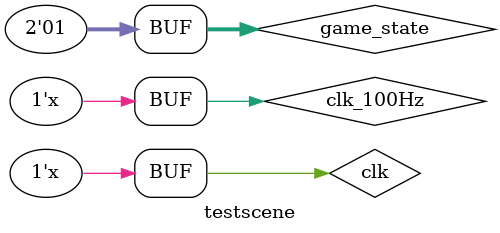
<source format=v>
`timescale 1ns / 1ps


module testscene;

	// Inputs
	reg clk;
	reg clk_100Hz;
	reg [8:0] y;
	reg [9:0] x;
	reg [1:0] game_state;
	reg [32:0] count;
	// Outputs
	wire [11:0] data;

	// Instantiate the Unit Under Test (UUT)
	scene_display uut (
		.clk(clk), 
		.clk_100Hz(clk_100Hz), 
		.y(y), 
		.x(x), 
		.game_state(game_state), 
		.data(data)
	);

	initial begin
		// Initialize Inputs
		clk = 0;
		count = 0;
		clk_100Hz = 0;
		y = 0;
		x = 0;
		game_state = 2'b1;

		// Wait 100 ns for global reset to finish
        
		// Add stimulus here

	end
   always #10 clk_100Hz = !clk_100Hz;
	always #2  clk = !clk;
	always @(posedge clk_100Hz)begin
		x = count % 640;
		y = (count / 640) % 80 + 20;
		count = count + 1;
	end
endmodule


</source>
